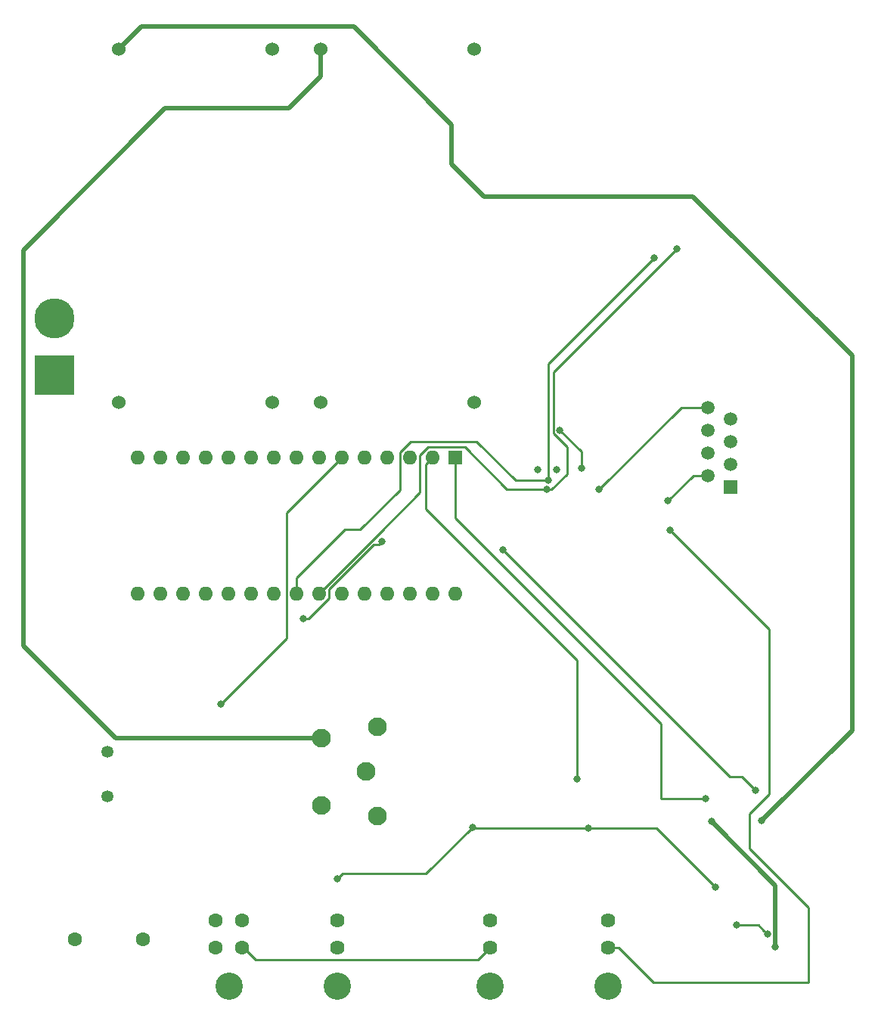
<source format=gbr>
G04 #@! TF.GenerationSoftware,KiCad,Pcbnew,(5.1.2)-2*
G04 #@! TF.CreationDate,2019-09-10T19:29:30+02:00*
G04 #@! TF.ProjectId,Control_board,436f6e74-726f-46c5-9f62-6f6172642e6b,rev?*
G04 #@! TF.SameCoordinates,Original*
G04 #@! TF.FileFunction,Copper,L2,Bot*
G04 #@! TF.FilePolarity,Positive*
%FSLAX46Y46*%
G04 Gerber Fmt 4.6, Leading zero omitted, Abs format (unit mm)*
G04 Created by KiCad (PCBNEW (5.1.2)-2) date 2019-09-10 19:29:30*
%MOMM*%
%LPD*%
G04 APERTURE LIST*
%ADD10R,1.600000X1.600000*%
%ADD11O,1.600000X1.600000*%
%ADD12C,1.524000*%
%ADD13C,1.605000*%
%ADD14C,3.050000*%
%ADD15C,2.100000*%
%ADD16C,1.350000*%
%ADD17C,1.600000*%
%ADD18R,4.500880X4.500880*%
%ADD19C,4.500880*%
%ADD20C,1.620000*%
%ADD21R,1.500000X1.500000*%
%ADD22C,1.500000*%
%ADD23C,0.800000*%
%ADD24C,0.250000*%
%ADD25C,0.500000*%
G04 APERTURE END LIST*
D10*
X128400000Y-111200000D03*
D11*
X95380000Y-126440000D03*
X125860000Y-111200000D03*
X97920000Y-126440000D03*
X123320000Y-111200000D03*
X100460000Y-126440000D03*
X120780000Y-111200000D03*
X103000000Y-126440000D03*
X118240000Y-111200000D03*
X105540000Y-126440000D03*
X115700000Y-111200000D03*
X108080000Y-126440000D03*
X113160000Y-111200000D03*
X110620000Y-126440000D03*
X110620000Y-111200000D03*
X113160000Y-126440000D03*
X108080000Y-111200000D03*
X115700000Y-126440000D03*
X105540000Y-111200000D03*
X118240000Y-126440000D03*
X103000000Y-111200000D03*
X120780000Y-126440000D03*
X100460000Y-111200000D03*
X123320000Y-126440000D03*
X97920000Y-111200000D03*
X125860000Y-126440000D03*
X95380000Y-111200000D03*
X128400000Y-126440000D03*
X92840000Y-111200000D03*
X92840000Y-126440000D03*
D12*
X113330000Y-65550000D03*
X130470000Y-65550000D03*
X130470000Y-105050000D03*
X113330000Y-105050000D03*
D13*
X104543000Y-166080000D03*
X101543000Y-166080000D03*
X104543000Y-163080000D03*
X101543000Y-163080000D03*
D14*
X103043000Y-170400000D03*
D15*
X119650000Y-141400000D03*
X118400000Y-146400000D03*
X119650000Y-151400000D03*
X113400000Y-142650000D03*
X113400000Y-150150000D03*
D16*
X89400000Y-144200000D03*
X89400000Y-149200000D03*
D17*
X93400000Y-165200000D03*
X85800000Y-165200000D03*
D12*
X90730000Y-105050000D03*
X107870000Y-105050000D03*
X107870000Y-65550000D03*
X90730000Y-65550000D03*
D18*
X83500000Y-102000000D03*
D19*
X83500000Y-95650000D03*
D20*
X132300000Y-166080000D03*
X132300000Y-163080000D03*
D14*
X132300000Y-170400000D03*
D20*
X115200000Y-166080000D03*
X115200000Y-163080000D03*
D14*
X115200000Y-170400000D03*
X145500000Y-170400000D03*
D20*
X145500000Y-163080000D03*
X145500000Y-166080000D03*
D21*
X159200000Y-114500000D03*
D22*
X156660000Y-113230000D03*
X159200000Y-111960000D03*
X156660000Y-110690000D03*
X159200000Y-109420000D03*
X156660000Y-108150000D03*
X159200000Y-106880000D03*
X156660000Y-105610000D03*
D23*
X156375768Y-149417179D03*
X139700000Y-112600000D03*
X137600000Y-112600000D03*
X120200000Y-120600000D03*
X111400000Y-129300000D03*
X143300000Y-152700000D03*
X130300000Y-152600000D03*
X115200000Y-158400000D03*
X159900000Y-163600000D03*
X157500000Y-159300000D03*
X163371382Y-164619539D03*
X102150000Y-138850000D03*
X138800000Y-113800000D03*
X150650000Y-88900000D03*
X138600000Y-114800000D03*
X153200000Y-87850000D03*
X142500000Y-112450000D03*
X140100000Y-108200000D03*
X152400000Y-119400000D03*
X142000000Y-147200000D03*
X162700000Y-151900000D03*
X162000000Y-148500000D03*
X133700000Y-121600000D03*
X152200000Y-116100000D03*
X144500000Y-114800000D03*
X164221392Y-165996072D03*
X157100000Y-152000000D03*
D24*
X151417179Y-149417179D02*
X156375768Y-149417179D01*
X151417179Y-149417179D02*
X151417179Y-141017179D01*
X128400000Y-118000000D02*
X128400000Y-111200000D01*
X151417179Y-141017179D02*
X128400000Y-118000000D01*
X114285001Y-126980684D02*
X111965685Y-129300000D01*
X111965685Y-129300000D02*
X111400000Y-129300000D01*
X114285001Y-125951409D02*
X114285001Y-126980684D01*
X119800001Y-120999999D02*
X119236411Y-120999999D01*
X120200000Y-120600000D02*
X119800001Y-120999999D01*
X119236411Y-120999999D02*
X114285001Y-125951409D01*
X143300000Y-152700000D02*
X130400000Y-152700000D01*
X130400000Y-152700000D02*
X130300000Y-152600000D01*
X115200000Y-158400000D02*
X115800000Y-157800000D01*
X125100000Y-157800000D02*
X130300000Y-152600000D01*
X115800000Y-157800000D02*
X125100000Y-157800000D01*
X150900000Y-152700000D02*
X143300000Y-152700000D01*
X157500000Y-159300000D02*
X150900000Y-152700000D01*
X159900000Y-163600000D02*
X162351843Y-163600000D01*
X162971383Y-164219540D02*
X163371382Y-164619539D01*
X162351843Y-163600000D02*
X162971383Y-164219540D01*
X109494999Y-131505001D02*
X102150000Y-138850000D01*
X115700000Y-111200000D02*
X109494999Y-117405001D01*
X109494999Y-117405001D02*
X109494999Y-131505001D01*
X123405009Y-109449989D02*
X122194999Y-110659999D01*
X122194999Y-110659999D02*
X122194999Y-114865001D01*
X122194999Y-114865001D02*
X117760011Y-119299989D01*
X116063600Y-119299989D02*
X110620000Y-124743589D01*
X110620000Y-124743589D02*
X110620000Y-125308630D01*
X110620000Y-125308630D02*
X110620000Y-126440000D01*
X135136410Y-113800000D02*
X130786399Y-109449989D01*
X130786399Y-109449989D02*
X123405009Y-109449989D01*
X138800000Y-113800000D02*
X135136410Y-113800000D01*
X117760011Y-119299989D02*
X116063600Y-119299989D01*
X138800000Y-113800000D02*
X138800000Y-100750000D01*
X138800000Y-100750000D02*
X150650000Y-88900000D01*
X125319999Y-110074999D02*
X124445001Y-110949997D01*
X129460001Y-110074999D02*
X125319999Y-110074999D01*
X134185002Y-114800000D02*
X129460001Y-110074999D01*
X138600000Y-114800000D02*
X134185002Y-114800000D01*
X124445001Y-110949997D02*
X124445001Y-115154999D01*
X124445001Y-115154999D02*
X119850000Y-119750000D01*
X119850000Y-119750000D02*
X113160000Y-126440000D01*
X140900000Y-113065685D02*
X139165685Y-114800000D01*
X139165685Y-114800000D02*
X138600000Y-114800000D01*
X140900000Y-110073004D02*
X140900000Y-113065685D01*
X139374998Y-108548002D02*
X140900000Y-110073004D01*
X139374998Y-101675002D02*
X139374998Y-108548002D01*
X153200000Y-87850000D02*
X139374998Y-101675002D01*
D25*
X113400000Y-142650000D02*
X90350000Y-142650000D01*
X79999559Y-132299559D02*
X79999559Y-88000441D01*
X90350000Y-142650000D02*
X79999559Y-132299559D01*
X79999559Y-88000441D02*
X95900000Y-72100000D01*
X95900000Y-72100000D02*
X109800000Y-72100000D01*
X113330000Y-68570000D02*
X113330000Y-65550000D01*
X109800000Y-72100000D02*
X113330000Y-68570000D01*
D24*
X142500000Y-110600000D02*
X140100000Y-108200000D01*
X142500000Y-112450000D02*
X142500000Y-110600000D01*
X104563000Y-166040000D02*
X106000000Y-167477000D01*
X130903000Y-167477000D02*
X132300000Y-166080000D01*
X106000000Y-167477000D02*
X130903000Y-167477000D01*
X146645512Y-166080000D02*
X150565512Y-170000000D01*
X150565512Y-170000000D02*
X167900000Y-170000000D01*
X167900000Y-170000000D02*
X167900000Y-161613590D01*
X167900000Y-161613590D02*
X161300000Y-155013590D01*
X161300000Y-151100000D02*
X163500000Y-148900000D01*
X163500000Y-130500000D02*
X152400000Y-119400000D01*
X163500000Y-148900000D02*
X163500000Y-130500000D01*
X145500000Y-166080000D02*
X146645512Y-166080000D01*
X161300000Y-155013590D02*
X161300000Y-151100000D01*
X125060001Y-111999999D02*
X125060001Y-116960001D01*
X125860000Y-111200000D02*
X125060001Y-111999999D01*
X125060001Y-116960001D02*
X142000000Y-133900000D01*
X142000000Y-133900000D02*
X142000000Y-147200000D01*
D25*
X172800000Y-141800000D02*
X162700000Y-151900000D01*
X172800000Y-99800000D02*
X172800000Y-141800000D01*
X131573762Y-82000000D02*
X155000000Y-82000000D01*
X155000000Y-82000000D02*
X172800000Y-99800000D01*
X90730000Y-65550000D02*
X93280000Y-63000000D01*
X93280000Y-63000000D02*
X117000000Y-63000000D01*
X117000000Y-63000000D02*
X128000000Y-74000000D01*
X128000000Y-78426238D02*
X131573762Y-82000000D01*
X128000000Y-74000000D02*
X128000000Y-78426238D01*
D24*
X160500000Y-147000000D02*
X162000000Y-148500000D01*
X160500000Y-147000000D02*
X159100000Y-147000000D01*
X159100000Y-147000000D02*
X133700000Y-121600000D01*
X155070000Y-113230000D02*
X156660000Y-113230000D01*
X152200000Y-116100000D02*
X155070000Y-113230000D01*
X153690000Y-105610000D02*
X156660000Y-105610000D01*
X144500000Y-114800000D02*
X153690000Y-105610000D01*
D25*
X164221392Y-159121392D02*
X164221392Y-165996072D01*
X157100000Y-152000000D02*
X164221392Y-159121392D01*
M02*

</source>
